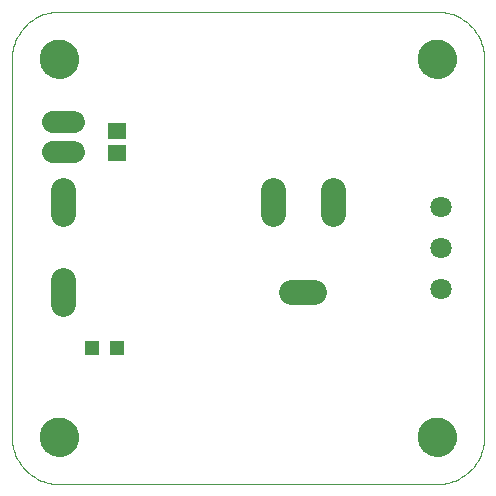
<source format=gts>
G75*
G70*
%OFA0B0*%
%FSLAX24Y24*%
%IPPOS*%
%LPD*%
%AMOC8*
5,1,8,0,0,1.08239X$1,22.5*
%
%ADD10C,0.0820*%
%ADD11C,0.0749*%
%ADD12C,0.0709*%
%ADD13R,0.0512X0.0512*%
%ADD14R,0.0631X0.0552*%
%ADD15C,0.0000*%
%ADD16C,0.1300*%
D10*
X007309Y009433D02*
X007309Y010213D01*
X007309Y012433D02*
X007309Y013213D01*
X014309Y013213D02*
X014309Y012433D01*
X016309Y012433D02*
X016309Y013213D01*
X015699Y009823D02*
X014919Y009823D01*
D11*
X007684Y014486D02*
X006975Y014486D01*
X006975Y015486D02*
X007684Y015486D01*
D12*
X019919Y012671D03*
X019919Y011293D03*
X019919Y009915D03*
D13*
X009113Y007948D03*
X008286Y007948D03*
D14*
X009104Y014442D03*
X009104Y015190D03*
D15*
X005612Y017589D02*
X005612Y004990D01*
X006557Y004990D02*
X006559Y005040D01*
X006565Y005090D01*
X006575Y005139D01*
X006589Y005187D01*
X006606Y005234D01*
X006627Y005279D01*
X006652Y005323D01*
X006680Y005364D01*
X006712Y005403D01*
X006746Y005440D01*
X006783Y005474D01*
X006823Y005504D01*
X006865Y005531D01*
X006909Y005555D01*
X006955Y005576D01*
X007002Y005592D01*
X007050Y005605D01*
X007100Y005614D01*
X007149Y005619D01*
X007200Y005620D01*
X007250Y005617D01*
X007299Y005610D01*
X007348Y005599D01*
X007396Y005584D01*
X007442Y005566D01*
X007487Y005544D01*
X007530Y005518D01*
X007571Y005489D01*
X007610Y005457D01*
X007646Y005422D01*
X007678Y005384D01*
X007708Y005344D01*
X007735Y005301D01*
X007758Y005257D01*
X007777Y005211D01*
X007793Y005163D01*
X007805Y005114D01*
X007813Y005065D01*
X007817Y005015D01*
X007817Y004965D01*
X007813Y004915D01*
X007805Y004866D01*
X007793Y004817D01*
X007777Y004769D01*
X007758Y004723D01*
X007735Y004679D01*
X007708Y004636D01*
X007678Y004596D01*
X007646Y004558D01*
X007610Y004523D01*
X007571Y004491D01*
X007530Y004462D01*
X007487Y004436D01*
X007442Y004414D01*
X007396Y004396D01*
X007348Y004381D01*
X007299Y004370D01*
X007250Y004363D01*
X007200Y004360D01*
X007149Y004361D01*
X007100Y004366D01*
X007050Y004375D01*
X007002Y004388D01*
X006955Y004404D01*
X006909Y004425D01*
X006865Y004449D01*
X006823Y004476D01*
X006783Y004506D01*
X006746Y004540D01*
X006712Y004577D01*
X006680Y004616D01*
X006652Y004657D01*
X006627Y004701D01*
X006606Y004746D01*
X006589Y004793D01*
X006575Y004841D01*
X006565Y004890D01*
X006559Y004940D01*
X006557Y004990D01*
X005612Y004990D02*
X005614Y004913D01*
X005620Y004836D01*
X005629Y004759D01*
X005642Y004683D01*
X005659Y004607D01*
X005680Y004533D01*
X005704Y004459D01*
X005732Y004387D01*
X005763Y004317D01*
X005798Y004248D01*
X005836Y004180D01*
X005877Y004115D01*
X005922Y004052D01*
X005970Y003991D01*
X006020Y003932D01*
X006073Y003876D01*
X006129Y003823D01*
X006188Y003773D01*
X006249Y003725D01*
X006312Y003680D01*
X006377Y003639D01*
X006445Y003601D01*
X006514Y003566D01*
X006584Y003535D01*
X006656Y003507D01*
X006730Y003483D01*
X006804Y003462D01*
X006880Y003445D01*
X006956Y003432D01*
X007033Y003423D01*
X007110Y003417D01*
X007187Y003415D01*
X007187Y003416D02*
X019785Y003416D01*
X019155Y004990D02*
X019157Y005040D01*
X019163Y005090D01*
X019173Y005139D01*
X019187Y005187D01*
X019204Y005234D01*
X019225Y005279D01*
X019250Y005323D01*
X019278Y005364D01*
X019310Y005403D01*
X019344Y005440D01*
X019381Y005474D01*
X019421Y005504D01*
X019463Y005531D01*
X019507Y005555D01*
X019553Y005576D01*
X019600Y005592D01*
X019648Y005605D01*
X019698Y005614D01*
X019747Y005619D01*
X019798Y005620D01*
X019848Y005617D01*
X019897Y005610D01*
X019946Y005599D01*
X019994Y005584D01*
X020040Y005566D01*
X020085Y005544D01*
X020128Y005518D01*
X020169Y005489D01*
X020208Y005457D01*
X020244Y005422D01*
X020276Y005384D01*
X020306Y005344D01*
X020333Y005301D01*
X020356Y005257D01*
X020375Y005211D01*
X020391Y005163D01*
X020403Y005114D01*
X020411Y005065D01*
X020415Y005015D01*
X020415Y004965D01*
X020411Y004915D01*
X020403Y004866D01*
X020391Y004817D01*
X020375Y004769D01*
X020356Y004723D01*
X020333Y004679D01*
X020306Y004636D01*
X020276Y004596D01*
X020244Y004558D01*
X020208Y004523D01*
X020169Y004491D01*
X020128Y004462D01*
X020085Y004436D01*
X020040Y004414D01*
X019994Y004396D01*
X019946Y004381D01*
X019897Y004370D01*
X019848Y004363D01*
X019798Y004360D01*
X019747Y004361D01*
X019698Y004366D01*
X019648Y004375D01*
X019600Y004388D01*
X019553Y004404D01*
X019507Y004425D01*
X019463Y004449D01*
X019421Y004476D01*
X019381Y004506D01*
X019344Y004540D01*
X019310Y004577D01*
X019278Y004616D01*
X019250Y004657D01*
X019225Y004701D01*
X019204Y004746D01*
X019187Y004793D01*
X019173Y004841D01*
X019163Y004890D01*
X019157Y004940D01*
X019155Y004990D01*
X019785Y003415D02*
X019862Y003417D01*
X019939Y003423D01*
X020016Y003432D01*
X020092Y003445D01*
X020168Y003462D01*
X020242Y003483D01*
X020316Y003507D01*
X020388Y003535D01*
X020458Y003566D01*
X020527Y003601D01*
X020595Y003639D01*
X020660Y003680D01*
X020723Y003725D01*
X020784Y003773D01*
X020843Y003823D01*
X020899Y003876D01*
X020952Y003932D01*
X021002Y003991D01*
X021050Y004052D01*
X021095Y004115D01*
X021136Y004180D01*
X021174Y004248D01*
X021209Y004317D01*
X021240Y004387D01*
X021268Y004459D01*
X021292Y004533D01*
X021313Y004607D01*
X021330Y004683D01*
X021343Y004759D01*
X021352Y004836D01*
X021358Y004913D01*
X021360Y004990D01*
X021360Y017589D01*
X019155Y017589D02*
X019157Y017639D01*
X019163Y017689D01*
X019173Y017738D01*
X019187Y017786D01*
X019204Y017833D01*
X019225Y017878D01*
X019250Y017922D01*
X019278Y017963D01*
X019310Y018002D01*
X019344Y018039D01*
X019381Y018073D01*
X019421Y018103D01*
X019463Y018130D01*
X019507Y018154D01*
X019553Y018175D01*
X019600Y018191D01*
X019648Y018204D01*
X019698Y018213D01*
X019747Y018218D01*
X019798Y018219D01*
X019848Y018216D01*
X019897Y018209D01*
X019946Y018198D01*
X019994Y018183D01*
X020040Y018165D01*
X020085Y018143D01*
X020128Y018117D01*
X020169Y018088D01*
X020208Y018056D01*
X020244Y018021D01*
X020276Y017983D01*
X020306Y017943D01*
X020333Y017900D01*
X020356Y017856D01*
X020375Y017810D01*
X020391Y017762D01*
X020403Y017713D01*
X020411Y017664D01*
X020415Y017614D01*
X020415Y017564D01*
X020411Y017514D01*
X020403Y017465D01*
X020391Y017416D01*
X020375Y017368D01*
X020356Y017322D01*
X020333Y017278D01*
X020306Y017235D01*
X020276Y017195D01*
X020244Y017157D01*
X020208Y017122D01*
X020169Y017090D01*
X020128Y017061D01*
X020085Y017035D01*
X020040Y017013D01*
X019994Y016995D01*
X019946Y016980D01*
X019897Y016969D01*
X019848Y016962D01*
X019798Y016959D01*
X019747Y016960D01*
X019698Y016965D01*
X019648Y016974D01*
X019600Y016987D01*
X019553Y017003D01*
X019507Y017024D01*
X019463Y017048D01*
X019421Y017075D01*
X019381Y017105D01*
X019344Y017139D01*
X019310Y017176D01*
X019278Y017215D01*
X019250Y017256D01*
X019225Y017300D01*
X019204Y017345D01*
X019187Y017392D01*
X019173Y017440D01*
X019163Y017489D01*
X019157Y017539D01*
X019155Y017589D01*
X019785Y019164D02*
X019862Y019162D01*
X019939Y019156D01*
X020016Y019147D01*
X020092Y019134D01*
X020168Y019117D01*
X020242Y019096D01*
X020316Y019072D01*
X020388Y019044D01*
X020458Y019013D01*
X020527Y018978D01*
X020595Y018940D01*
X020660Y018899D01*
X020723Y018854D01*
X020784Y018806D01*
X020843Y018756D01*
X020899Y018703D01*
X020952Y018647D01*
X021002Y018588D01*
X021050Y018527D01*
X021095Y018464D01*
X021136Y018399D01*
X021174Y018331D01*
X021209Y018262D01*
X021240Y018192D01*
X021268Y018120D01*
X021292Y018046D01*
X021313Y017972D01*
X021330Y017896D01*
X021343Y017820D01*
X021352Y017743D01*
X021358Y017666D01*
X021360Y017589D01*
X019785Y019164D02*
X007187Y019164D01*
X006557Y017589D02*
X006559Y017639D01*
X006565Y017689D01*
X006575Y017738D01*
X006589Y017786D01*
X006606Y017833D01*
X006627Y017878D01*
X006652Y017922D01*
X006680Y017963D01*
X006712Y018002D01*
X006746Y018039D01*
X006783Y018073D01*
X006823Y018103D01*
X006865Y018130D01*
X006909Y018154D01*
X006955Y018175D01*
X007002Y018191D01*
X007050Y018204D01*
X007100Y018213D01*
X007149Y018218D01*
X007200Y018219D01*
X007250Y018216D01*
X007299Y018209D01*
X007348Y018198D01*
X007396Y018183D01*
X007442Y018165D01*
X007487Y018143D01*
X007530Y018117D01*
X007571Y018088D01*
X007610Y018056D01*
X007646Y018021D01*
X007678Y017983D01*
X007708Y017943D01*
X007735Y017900D01*
X007758Y017856D01*
X007777Y017810D01*
X007793Y017762D01*
X007805Y017713D01*
X007813Y017664D01*
X007817Y017614D01*
X007817Y017564D01*
X007813Y017514D01*
X007805Y017465D01*
X007793Y017416D01*
X007777Y017368D01*
X007758Y017322D01*
X007735Y017278D01*
X007708Y017235D01*
X007678Y017195D01*
X007646Y017157D01*
X007610Y017122D01*
X007571Y017090D01*
X007530Y017061D01*
X007487Y017035D01*
X007442Y017013D01*
X007396Y016995D01*
X007348Y016980D01*
X007299Y016969D01*
X007250Y016962D01*
X007200Y016959D01*
X007149Y016960D01*
X007100Y016965D01*
X007050Y016974D01*
X007002Y016987D01*
X006955Y017003D01*
X006909Y017024D01*
X006865Y017048D01*
X006823Y017075D01*
X006783Y017105D01*
X006746Y017139D01*
X006712Y017176D01*
X006680Y017215D01*
X006652Y017256D01*
X006627Y017300D01*
X006606Y017345D01*
X006589Y017392D01*
X006575Y017440D01*
X006565Y017489D01*
X006559Y017539D01*
X006557Y017589D01*
X005612Y017589D02*
X005614Y017666D01*
X005620Y017743D01*
X005629Y017820D01*
X005642Y017896D01*
X005659Y017972D01*
X005680Y018046D01*
X005704Y018120D01*
X005732Y018192D01*
X005763Y018262D01*
X005798Y018331D01*
X005836Y018399D01*
X005877Y018464D01*
X005922Y018527D01*
X005970Y018588D01*
X006020Y018647D01*
X006073Y018703D01*
X006129Y018756D01*
X006188Y018806D01*
X006249Y018854D01*
X006312Y018899D01*
X006377Y018940D01*
X006445Y018978D01*
X006514Y019013D01*
X006584Y019044D01*
X006656Y019072D01*
X006730Y019096D01*
X006804Y019117D01*
X006880Y019134D01*
X006956Y019147D01*
X007033Y019156D01*
X007110Y019162D01*
X007187Y019164D01*
D16*
X007187Y017589D03*
X019785Y017589D03*
X019785Y004990D03*
X007187Y004990D03*
M02*

</source>
